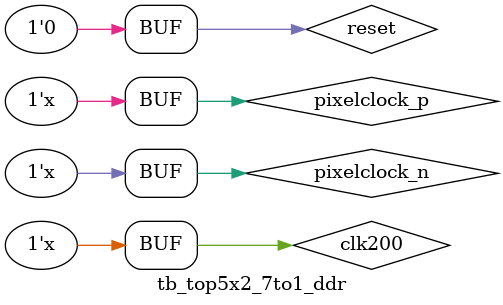
<source format=v>
`timescale 1 ps / 1ps

module tb_top5x2_7to1_ddr () ;

reg 		clk200 ;
wire 		pixelclock_n ;
reg 		pixelclock_p ;
wire		clkout1_p ;
wire 		clkout1_n ;
wire		clkout2_p ;
wire 		clkout2_n ;
reg 		reset ;
wire	[4:0]	dataout1_p ;
wire 	[4:0]	dataout1_n ;
wire	[4:0]	dataout2_p ;
wire 	[4:0]	dataout2_n ;
wire		match ;

initial clk200 = 0 ;
initial pixelclock_p = 0 ;

always #(2500) clk200 = ~clk200 ;

always #(3300) pixelclock_p = ~pixelclock_p ;
assign pixelclock_n = ~pixelclock_p ;

initial
begin
reset = 1'b1 ;
#150000
reset = 1'b0;
end

top5x2_7to1_ddr_tx tx(
	.freqgen_p			(pixelclock_p),  
	.freqgen_n			(pixelclock_n),
	.reset				(reset),
	.clkout1_p			(clkout1_p),  
	.clkout1_n			(clkout1_n),
	.dataout1_p			(dataout1_p), 
	.dataout1_n			(dataout1_n),
	.clkout2_p			(clkout2_p),  
	.clkout2_n			(clkout2_n),
	.dataout2_p			(dataout2_p), 
	.dataout2_n			(dataout2_n)) ;
                                        
top5x2_7to1_ddr_rx rx(                  
	.reset				(reset),
	.refclkin			(clk200),
	.clkin1_p                       (clkout1_p),
	.clkin1_n			(clkout1_n),	
	.datain1_p               	(dataout1_p),	
	.datain1_n			(dataout1_n),	
	.clkin2_p                	(clkout2_p),	
	.clkin2_n			(clkout2_n),	
	.datain2_p               	(dataout2_p),	
	.datain2_n			(dataout2_n),	
	.dummy	 			(match)) ;

endmodule



</source>
